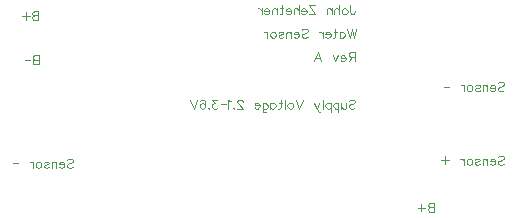
<source format=gbo>
G04 DipTrace 2.4.0.2*
%INBottomSilk.GBO*%
%MOMM*%
%ADD33C,0.118*%
%FSLAX53Y53*%
G04*
G71*
G90*
G75*
G01*
%LNBotSilk*%
%LPD*%
X36313Y-12700D2*
D33*
Y-13282D1*
X36349Y-13392D1*
X36386Y-13428D1*
X36458Y-13465D1*
X36532D1*
X36604Y-13428D1*
X36640Y-13392D1*
X36677Y-13282D1*
Y-13210D1*
X35895Y-12955D2*
X35968Y-12991D1*
X36041Y-13064D1*
X36077Y-13174D1*
Y-13246D1*
X36041Y-13356D1*
X35968Y-13428D1*
X35895Y-13465D1*
X35786D1*
X35712Y-13428D1*
X35640Y-13356D1*
X35603Y-13246D1*
Y-13174D1*
X35640Y-13064D1*
X35712Y-12991D1*
X35786Y-12955D1*
X35895D1*
X35368Y-12700D2*
Y-13465D1*
Y-13101D2*
X35258Y-12991D1*
X35185Y-12955D1*
X35075D1*
X35003Y-12991D1*
X34967Y-13101D1*
Y-13465D1*
X34731Y-12955D2*
Y-13465D1*
Y-13101D2*
X34622Y-12991D1*
X34549Y-12955D1*
X34440D1*
X34367Y-12991D1*
X34331Y-13101D1*
Y-13465D1*
X33355Y-12700D2*
X32844D1*
X33355Y-13465D1*
X32844D1*
X32609Y-13174D2*
X32172D1*
Y-13101D1*
X32208Y-13027D1*
X32244Y-12991D1*
X32317Y-12955D1*
X32427D1*
X32499Y-12991D1*
X32573Y-13064D1*
X32609Y-13174D1*
Y-13246D1*
X32573Y-13356D1*
X32499Y-13428D1*
X32427Y-13465D1*
X32317D1*
X32244Y-13428D1*
X32172Y-13356D1*
X31936Y-12700D2*
Y-13465D1*
Y-13101D2*
X31827Y-12991D1*
X31754Y-12955D1*
X31644D1*
X31572Y-12991D1*
X31535Y-13101D1*
Y-13465D1*
X31300Y-13174D2*
X30863D1*
Y-13101D1*
X30899Y-13027D1*
X30935Y-12991D1*
X31009Y-12955D1*
X31118D1*
X31191Y-12991D1*
X31264Y-13064D1*
X31300Y-13174D1*
Y-13246D1*
X31264Y-13356D1*
X31191Y-13428D1*
X31118Y-13465D1*
X31009D1*
X30935Y-13428D1*
X30863Y-13356D1*
X30518Y-12700D2*
Y-13320D1*
X30482Y-13428D1*
X30409Y-13465D1*
X30336D1*
X30628Y-12955D2*
X30372D1*
X30101D2*
Y-13465D1*
Y-13101D2*
X29991Y-12991D1*
X29918Y-12955D1*
X29810D1*
X29736Y-12991D1*
X29700Y-13101D1*
Y-13465D1*
X29465Y-13174D2*
X29028D1*
Y-13101D1*
X29064Y-13027D1*
X29100Y-12991D1*
X29173Y-12955D1*
X29283D1*
X29355Y-12991D1*
X29429Y-13064D1*
X29465Y-13174D1*
Y-13246D1*
X29429Y-13356D1*
X29355Y-13428D1*
X29283Y-13465D1*
X29173D1*
X29100Y-13428D1*
X29028Y-13356D1*
X28792Y-12955D2*
Y-13465D1*
Y-13174D2*
X28755Y-13064D1*
X28683Y-12991D1*
X28609Y-12955D1*
X28500D1*
X36797Y-14700D2*
X36614Y-15465D1*
X36432Y-14700D1*
X36250Y-15465D1*
X36068Y-14700D1*
X35395Y-14955D2*
Y-15465D1*
Y-15064D2*
X35468Y-14991D1*
X35541Y-14955D1*
X35650D1*
X35723Y-14991D1*
X35795Y-15064D1*
X35832Y-15174D1*
Y-15246D1*
X35795Y-15356D1*
X35723Y-15428D1*
X35650Y-15465D1*
X35541D1*
X35468Y-15428D1*
X35395Y-15356D1*
X35050Y-14700D2*
Y-15320D1*
X35014Y-15428D1*
X34941Y-15465D1*
X34868D1*
X35160Y-14955D2*
X34905D1*
X34633Y-15174D2*
X34196D1*
Y-15101D1*
X34232Y-15027D1*
X34268Y-14991D1*
X34342Y-14955D1*
X34451D1*
X34524Y-14991D1*
X34597Y-15064D1*
X34633Y-15174D1*
Y-15246D1*
X34597Y-15356D1*
X34524Y-15428D1*
X34451Y-15465D1*
X34342D1*
X34268Y-15428D1*
X34196Y-15356D1*
X33961Y-14955D2*
Y-15465D1*
Y-15174D2*
X33924Y-15064D1*
X33851Y-14991D1*
X33778Y-14955D1*
X33668D1*
X32182Y-14809D2*
X32254Y-14736D1*
X32364Y-14700D1*
X32510D1*
X32619Y-14736D1*
X32692Y-14809D1*
Y-14882D1*
X32655Y-14955D1*
X32619Y-14991D1*
X32547Y-15027D1*
X32328Y-15101D1*
X32254Y-15137D1*
X32218Y-15174D1*
X32182Y-15246D1*
Y-15356D1*
X32254Y-15428D1*
X32364Y-15465D1*
X32510D1*
X32619Y-15428D1*
X32692Y-15356D1*
X31947Y-15174D2*
X31510D1*
Y-15101D1*
X31546Y-15027D1*
X31582Y-14991D1*
X31655Y-14955D1*
X31765D1*
X31837Y-14991D1*
X31910Y-15064D1*
X31947Y-15174D1*
Y-15246D1*
X31910Y-15356D1*
X31837Y-15428D1*
X31765Y-15465D1*
X31655D1*
X31582Y-15428D1*
X31510Y-15356D1*
X31274Y-14955D2*
Y-15465D1*
Y-15101D2*
X31165Y-14991D1*
X31091Y-14955D1*
X30983D1*
X30910Y-14991D1*
X30873Y-15101D1*
Y-15465D1*
X30237Y-15064D2*
X30273Y-14991D1*
X30383Y-14955D1*
X30492D1*
X30602Y-14991D1*
X30638Y-15064D1*
X30602Y-15137D1*
X30529Y-15174D1*
X30347Y-15210D1*
X30273Y-15246D1*
X30237Y-15320D1*
Y-15356D1*
X30273Y-15428D1*
X30383Y-15465D1*
X30492D1*
X30602Y-15428D1*
X30638Y-15356D1*
X29820Y-14955D2*
X29892Y-14991D1*
X29966Y-15064D1*
X30002Y-15174D1*
Y-15246D1*
X29966Y-15356D1*
X29892Y-15428D1*
X29820Y-15465D1*
X29710D1*
X29637Y-15428D1*
X29565Y-15356D1*
X29528Y-15246D1*
Y-15174D1*
X29565Y-15064D1*
X29637Y-14991D1*
X29710Y-14955D1*
X29820D1*
X29292D2*
Y-15465D1*
Y-15174D2*
X29255Y-15064D1*
X29183Y-14991D1*
X29109Y-14955D1*
X29000D1*
X36665Y-17064D2*
X36337D1*
X36228Y-17027D1*
X36191Y-16991D1*
X36155Y-16919D1*
Y-16845D1*
X36191Y-16773D1*
X36228Y-16736D1*
X36337Y-16700D1*
X36665D1*
Y-17465D1*
X36410Y-17064D2*
X36155Y-17465D1*
X35919Y-17174D2*
X35482D1*
Y-17101D1*
X35518Y-17027D1*
X35555Y-16991D1*
X35628Y-16955D1*
X35737D1*
X35810Y-16991D1*
X35883Y-17064D1*
X35919Y-17174D1*
Y-17246D1*
X35883Y-17356D1*
X35810Y-17428D1*
X35737Y-17465D1*
X35628D1*
X35555Y-17428D1*
X35482Y-17356D1*
X35247Y-16955D2*
X35028Y-17465D1*
X34810Y-16955D1*
X33250Y-17465D2*
X33542Y-16700D1*
X33834Y-17465D1*
X33724Y-17210D2*
X33359D1*
X36176Y-20809D2*
X36248Y-20736D1*
X36358Y-20700D1*
X36504D1*
X36613Y-20736D1*
X36686Y-20809D1*
Y-20882D1*
X36649Y-20955D1*
X36613Y-20991D1*
X36541Y-21027D1*
X36322Y-21101D1*
X36248Y-21137D1*
X36212Y-21174D1*
X36176Y-21246D1*
Y-21356D1*
X36248Y-21428D1*
X36358Y-21465D1*
X36504D1*
X36613Y-21428D1*
X36686Y-21356D1*
X35941Y-20955D2*
Y-21320D1*
X35905Y-21428D1*
X35831Y-21465D1*
X35722D1*
X35649Y-21428D1*
X35540Y-21320D1*
Y-20955D2*
Y-21465D1*
X35304Y-20955D2*
Y-21720D1*
Y-21064D2*
X35231Y-20992D1*
X35159Y-20955D1*
X35049D1*
X34976Y-20992D1*
X34904Y-21064D1*
X34866Y-21174D1*
Y-21247D1*
X34904Y-21356D1*
X34976Y-21429D1*
X35049Y-21465D1*
X35159D1*
X35231Y-21429D1*
X35304Y-21356D1*
X34631Y-20955D2*
Y-21720D1*
Y-21064D2*
X34558Y-20992D1*
X34485Y-20955D1*
X34376D1*
X34303Y-20992D1*
X34230Y-21064D1*
X34193Y-21174D1*
Y-21247D1*
X34230Y-21356D1*
X34303Y-21429D1*
X34376Y-21465D1*
X34485D1*
X34558Y-21429D1*
X34631Y-21356D1*
X33958Y-20700D2*
Y-21465D1*
X33686Y-20955D2*
X33467Y-21465D1*
X33540Y-21611D1*
X33613Y-21684D1*
X33686Y-21720D1*
X33723D1*
X33248Y-20955D2*
X33467Y-21465D1*
X32272Y-20700D2*
X31981Y-21465D1*
X31690Y-20700D1*
X31272Y-20955D2*
X31345Y-20991D1*
X31418Y-21064D1*
X31454Y-21174D1*
Y-21246D1*
X31418Y-21356D1*
X31345Y-21428D1*
X31272Y-21465D1*
X31163D1*
X31090Y-21428D1*
X31017Y-21356D1*
X30980Y-21246D1*
Y-21174D1*
X31017Y-21064D1*
X31090Y-20991D1*
X31163Y-20955D1*
X31272D1*
X30745Y-20700D2*
Y-21465D1*
X30400Y-20700D2*
Y-21320D1*
X30364Y-21428D1*
X30290Y-21465D1*
X30218D1*
X30509Y-20955D2*
X30254D1*
X29546D2*
Y-21465D1*
Y-21064D2*
X29618Y-20991D1*
X29691Y-20955D1*
X29800D1*
X29873Y-20991D1*
X29946Y-21064D1*
X29983Y-21174D1*
Y-21246D1*
X29946Y-21356D1*
X29873Y-21428D1*
X29800Y-21465D1*
X29691D1*
X29618Y-21428D1*
X29546Y-21356D1*
X28873Y-20991D2*
Y-21575D1*
X28909Y-21683D1*
X28946Y-21720D1*
X29019Y-21757D1*
X29128D1*
X29201Y-21720D1*
X28873Y-21101D2*
X28946Y-21028D1*
X29019Y-20991D1*
X29128D1*
X29201Y-21028D1*
X29274Y-21101D1*
X29310Y-21210D1*
Y-21283D1*
X29274Y-21392D1*
X29201Y-21465D1*
X29128Y-21501D1*
X29019D1*
X28946Y-21465D1*
X28873Y-21392D1*
X28638Y-21174D2*
X28201D1*
Y-21101D1*
X28237Y-21027D1*
X28273Y-20991D1*
X28346Y-20955D1*
X28456D1*
X28528Y-20991D1*
X28602Y-21064D1*
X28638Y-21174D1*
Y-21246D1*
X28602Y-21356D1*
X28528Y-21428D1*
X28456Y-21465D1*
X28346D1*
X28273Y-21428D1*
X28201Y-21356D1*
X27188Y-20882D2*
Y-20846D1*
X27151Y-20773D1*
X27115Y-20737D1*
X27042Y-20700D1*
X26896D1*
X26824Y-20737D1*
X26788Y-20773D1*
X26750Y-20846D1*
Y-20919D1*
X26788Y-20992D1*
X26860Y-21101D1*
X27225Y-21465D1*
X26714D1*
X26443Y-21392D2*
X26479Y-21429D1*
X26443Y-21465D1*
X26406Y-21429D1*
X26443Y-21392D1*
X26170Y-20846D2*
X26097Y-20809D1*
X25988Y-20700D1*
Y-21465D1*
X25752Y-21083D2*
X25331D1*
X25023Y-20700D2*
X24622D1*
X24841Y-20992D1*
X24731D1*
X24659Y-21028D1*
X24622Y-21064D1*
X24585Y-21174D1*
Y-21246D1*
X24622Y-21356D1*
X24695Y-21429D1*
X24804Y-21465D1*
X24914D1*
X25023Y-21429D1*
X25059Y-21392D1*
X25096Y-21320D1*
X24314Y-21392D2*
X24350Y-21429D1*
X24314Y-21465D1*
X24277Y-21429D1*
X24314Y-21392D1*
X23604Y-20809D2*
X23641Y-20737D1*
X23750Y-20700D1*
X23823D1*
X23932Y-20737D1*
X24005Y-20846D1*
X24042Y-21028D1*
Y-21210D1*
X24005Y-21356D1*
X23932Y-21429D1*
X23823Y-21465D1*
X23786D1*
X23678Y-21429D1*
X23604Y-21356D1*
X23568Y-21246D1*
Y-21210D1*
X23604Y-21101D1*
X23678Y-21028D1*
X23786Y-20992D1*
X23823D1*
X23932Y-21028D1*
X24005Y-21101D1*
X24042Y-21210D1*
X23333Y-20700D2*
X23041Y-21465D1*
X22750Y-20700D1*
X48814Y-25559D2*
X48887Y-25486D1*
X48996Y-25450D1*
X49142D1*
X49251Y-25486D1*
X49325Y-25559D1*
Y-25632D1*
X49288Y-25705D1*
X49251Y-25741D1*
X49179Y-25777D1*
X48960Y-25851D1*
X48887Y-25887D1*
X48850Y-25924D1*
X48814Y-25996D1*
Y-26106D1*
X48887Y-26178D1*
X48996Y-26215D1*
X49142D1*
X49251Y-26178D1*
X49325Y-26106D1*
X48579Y-25924D2*
X48142D1*
Y-25851D1*
X48178Y-25777D1*
X48214Y-25741D1*
X48287Y-25705D1*
X48397D1*
X48469Y-25741D1*
X48543Y-25814D1*
X48579Y-25924D1*
Y-25996D1*
X48543Y-26106D1*
X48469Y-26178D1*
X48397Y-26215D1*
X48287D1*
X48214Y-26178D1*
X48142Y-26106D1*
X47906Y-25705D2*
Y-26215D1*
Y-25851D2*
X47797Y-25741D1*
X47724Y-25705D1*
X47615D1*
X47542Y-25741D1*
X47505Y-25851D1*
Y-26215D1*
X46869Y-25814D2*
X46905Y-25741D1*
X47015Y-25705D1*
X47124D1*
X47234Y-25741D1*
X47270Y-25814D1*
X47234Y-25887D1*
X47161Y-25924D1*
X46979Y-25960D1*
X46905Y-25996D1*
X46869Y-26070D1*
Y-26106D1*
X46905Y-26178D1*
X47015Y-26215D1*
X47124D1*
X47234Y-26178D1*
X47270Y-26106D1*
X46452Y-25705D2*
X46524Y-25741D1*
X46598Y-25814D1*
X46634Y-25924D1*
Y-25996D1*
X46598Y-26106D1*
X46524Y-26178D1*
X46452Y-26215D1*
X46342D1*
X46269Y-26178D1*
X46197Y-26106D1*
X46160Y-25996D1*
Y-25924D1*
X46197Y-25814D1*
X46269Y-25741D1*
X46342Y-25705D1*
X46452D1*
X45924D2*
Y-26215D1*
Y-25924D2*
X45887Y-25814D1*
X45815Y-25741D1*
X45742Y-25705D1*
X45632D1*
X44328Y-25505D2*
Y-26161D1*
X44656Y-25833D2*
X44000D1*
X48829Y-19309D2*
X48902Y-19236D1*
X49011Y-19200D1*
X49157D1*
X49266Y-19236D1*
X49340Y-19309D1*
Y-19382D1*
X49302Y-19455D1*
X49266Y-19491D1*
X49194Y-19527D1*
X48975Y-19601D1*
X48902Y-19637D1*
X48865Y-19674D1*
X48829Y-19746D1*
Y-19856D1*
X48902Y-19928D1*
X49011Y-19965D1*
X49157D1*
X49266Y-19928D1*
X49340Y-19856D1*
X48594Y-19674D2*
X48157D1*
Y-19601D1*
X48193Y-19527D1*
X48229Y-19491D1*
X48302Y-19455D1*
X48412D1*
X48484Y-19491D1*
X48558Y-19564D1*
X48594Y-19674D1*
Y-19746D1*
X48558Y-19856D1*
X48484Y-19928D1*
X48412Y-19965D1*
X48302D1*
X48229Y-19928D1*
X48157Y-19856D1*
X47921Y-19455D2*
Y-19965D1*
Y-19601D2*
X47812Y-19491D1*
X47739Y-19455D1*
X47630D1*
X47557Y-19491D1*
X47520Y-19601D1*
Y-19965D1*
X46884Y-19564D2*
X46920Y-19491D1*
X47030Y-19455D1*
X47139D1*
X47249Y-19491D1*
X47285Y-19564D1*
X47249Y-19637D1*
X47176Y-19674D1*
X46994Y-19710D1*
X46920Y-19746D1*
X46884Y-19820D1*
Y-19856D1*
X46920Y-19928D1*
X47030Y-19965D1*
X47139D1*
X47249Y-19928D1*
X47285Y-19856D1*
X46467Y-19455D2*
X46539Y-19491D1*
X46613Y-19564D1*
X46649Y-19674D1*
Y-19746D1*
X46613Y-19856D1*
X46539Y-19928D1*
X46467Y-19965D1*
X46357D1*
X46284Y-19928D1*
X46212Y-19856D1*
X46175Y-19746D1*
Y-19674D1*
X46212Y-19564D1*
X46284Y-19491D1*
X46357Y-19455D1*
X46467D1*
X45939D2*
Y-19965D1*
Y-19674D2*
X45902Y-19564D1*
X45830Y-19491D1*
X45757Y-19455D1*
X45647D1*
X44671Y-19583D2*
X44250D1*
X12329Y-25809D2*
X12402Y-25736D1*
X12511Y-25700D1*
X12657D1*
X12766Y-25736D1*
X12840Y-25809D1*
Y-25882D1*
X12802Y-25955D1*
X12766Y-25991D1*
X12694Y-26027D1*
X12475Y-26101D1*
X12402Y-26137D1*
X12365Y-26174D1*
X12329Y-26246D1*
Y-26356D1*
X12402Y-26428D1*
X12511Y-26465D1*
X12657D1*
X12766Y-26428D1*
X12840Y-26356D1*
X12094Y-26174D2*
X11657D1*
Y-26101D1*
X11693Y-26027D1*
X11729Y-25991D1*
X11802Y-25955D1*
X11912D1*
X11984Y-25991D1*
X12058Y-26064D1*
X12094Y-26174D1*
Y-26246D1*
X12058Y-26356D1*
X11984Y-26428D1*
X11912Y-26465D1*
X11802D1*
X11729Y-26428D1*
X11657Y-26356D1*
X11421Y-25955D2*
Y-26465D1*
Y-26101D2*
X11312Y-25991D1*
X11239Y-25955D1*
X11130D1*
X11057Y-25991D1*
X11020Y-26101D1*
Y-26465D1*
X10384Y-26064D2*
X10420Y-25991D1*
X10530Y-25955D1*
X10639D1*
X10749Y-25991D1*
X10785Y-26064D1*
X10749Y-26137D1*
X10676Y-26174D1*
X10494Y-26210D1*
X10420Y-26246D1*
X10384Y-26320D1*
Y-26356D1*
X10420Y-26428D1*
X10530Y-26465D1*
X10639D1*
X10749Y-26428D1*
X10785Y-26356D1*
X9967Y-25955D2*
X10039Y-25991D1*
X10113Y-26064D1*
X10149Y-26174D1*
Y-26246D1*
X10113Y-26356D1*
X10039Y-26428D1*
X9967Y-26465D1*
X9857D1*
X9784Y-26428D1*
X9712Y-26356D1*
X9675Y-26246D1*
Y-26174D1*
X9712Y-26064D1*
X9784Y-25991D1*
X9857Y-25955D1*
X9967D1*
X9439D2*
Y-26465D1*
Y-26174D2*
X9402Y-26064D1*
X9330Y-25991D1*
X9257Y-25955D1*
X9147D1*
X8171Y-26083D2*
X7750D1*
X43402Y-29450D2*
Y-30215D1*
X43073D1*
X42964Y-30178D1*
X42928Y-30142D1*
X42891Y-30070D1*
Y-29960D1*
X42928Y-29887D1*
X42964Y-29851D1*
X43073Y-29814D1*
X42964Y-29777D1*
X42928Y-29741D1*
X42891Y-29669D1*
Y-29595D1*
X42928Y-29523D1*
X42964Y-29486D1*
X43073Y-29450D1*
X43402D1*
Y-29814D2*
X43073D1*
X42328Y-29505D2*
Y-30161D1*
X42656Y-29833D2*
X42000D1*
X9902Y-13200D2*
Y-13965D1*
X9573D1*
X9464Y-13928D1*
X9428Y-13892D1*
X9391Y-13820D1*
Y-13710D1*
X9428Y-13637D1*
X9464Y-13601D1*
X9573Y-13564D1*
X9464Y-13527D1*
X9428Y-13491D1*
X9391Y-13419D1*
Y-13345D1*
X9428Y-13273D1*
X9464Y-13236D1*
X9573Y-13200D1*
X9902D1*
Y-13564D2*
X9573D1*
X8828Y-13255D2*
Y-13911D1*
X9156Y-13583D2*
X8500D1*
X9917Y-16950D2*
Y-17715D1*
X9588D1*
X9479Y-17678D1*
X9443Y-17642D1*
X9406Y-17570D1*
Y-17460D1*
X9443Y-17387D1*
X9479Y-17351D1*
X9588Y-17314D1*
X9479Y-17277D1*
X9443Y-17241D1*
X9406Y-17169D1*
Y-17095D1*
X9443Y-17023D1*
X9479Y-16986D1*
X9588Y-16950D1*
X9917D1*
Y-17314D2*
X9588D1*
X9171Y-17333D2*
X8750D1*
M02*

</source>
